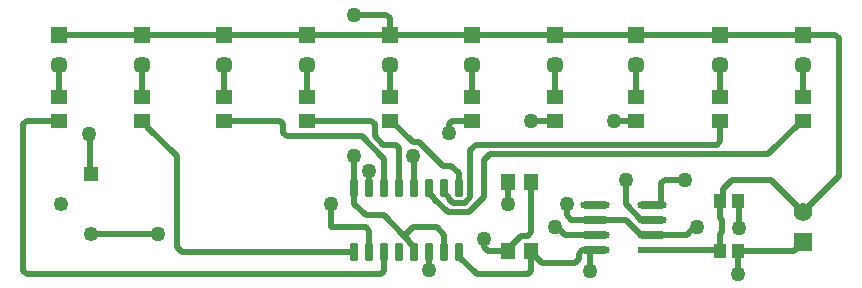
<source format=gtl>
G04*
G04 #@! TF.GenerationSoftware,Altium Limited,Altium Designer,21.3.2 (30)*
G04*
G04 Layer_Physical_Order=1*
G04 Layer_Color=255*
%FSLAX44Y44*%
%MOMM*%
G71*
G04*
G04 #@! TF.SameCoordinates,17D3A228-CD5A-42E2-9B72-4466C132A87E*
G04*
G04*
G04 #@! TF.FilePolarity,Positive*
G04*
G01*
G75*
%ADD14R,1.0000X1.3000*%
%ADD15R,1.2000X1.4500*%
%ADD16R,1.4500X1.2000*%
%ADD17R,2.4692X0.6221*%
G04:AMPARAMS|DCode=18|XSize=2.4692mm|YSize=0.6221mm|CornerRadius=0.3111mm|HoleSize=0mm|Usage=FLASHONLY|Rotation=180.000|XOffset=0mm|YOffset=0mm|HoleType=Round|Shape=RoundedRectangle|*
%AMROUNDEDRECTD18*
21,1,2.4692,0.0000,0,0,180.0*
21,1,1.8470,0.6221,0,0,180.0*
1,1,0.6221,-0.9235,0.0000*
1,1,0.6221,0.9235,0.0000*
1,1,0.6221,0.9235,0.0000*
1,1,0.6221,-0.9235,0.0000*
%
%ADD18ROUNDEDRECTD18*%
G04:AMPARAMS|DCode=19|XSize=0.6mm|YSize=1.45mm|CornerRadius=0.051mm|HoleSize=0mm|Usage=FLASHONLY|Rotation=0.000|XOffset=0mm|YOffset=0mm|HoleType=Round|Shape=RoundedRectangle|*
%AMROUNDEDRECTD19*
21,1,0.6000,1.3480,0,0,0.0*
21,1,0.4980,1.4500,0,0,0.0*
1,1,0.1020,0.2490,-0.6740*
1,1,0.1020,-0.2490,-0.6740*
1,1,0.1020,-0.2490,0.6740*
1,1,0.1020,0.2490,0.6740*
%
%ADD19ROUNDEDRECTD19*%
%ADD24C,1.2500*%
%ADD25R,1.2500X1.2500*%
%ADD26C,1.4500*%
%ADD27R,1.4500X1.4500*%
%ADD28C,1.5700*%
%ADD29R,1.5700X1.5700*%
%ADD31C,0.5000*%
%ADD32C,1.2700*%
D14*
X610000Y30000D02*
D03*
X625000D02*
D03*
X610000Y72275D02*
D03*
X625000D02*
D03*
D15*
X450000Y88668D02*
D03*
X430000D02*
D03*
X450000Y30000D02*
D03*
X430000D02*
D03*
D16*
X680000Y140000D02*
D03*
Y160000D02*
D03*
X50000Y140000D02*
D03*
Y160000D02*
D03*
X120000Y140000D02*
D03*
Y160000D02*
D03*
X190000Y140000D02*
D03*
Y160000D02*
D03*
X260000Y140000D02*
D03*
Y160000D02*
D03*
X538181Y140000D02*
D03*
Y160000D02*
D03*
X610000Y140000D02*
D03*
Y160000D02*
D03*
X400000Y140000D02*
D03*
Y160000D02*
D03*
X470000Y140000D02*
D03*
Y160000D02*
D03*
X330000Y140000D02*
D03*
Y160000D02*
D03*
D17*
X552188Y30950D02*
D03*
D18*
Y43650D02*
D03*
Y56350D02*
D03*
Y69050D02*
D03*
X503917D02*
D03*
Y56350D02*
D03*
Y43650D02*
D03*
Y30950D02*
D03*
D19*
X388899Y83492D02*
D03*
X376199D02*
D03*
X363499D02*
D03*
X350799D02*
D03*
X338099D02*
D03*
X325399D02*
D03*
X312699D02*
D03*
X299999D02*
D03*
X388899Y28993D02*
D03*
X376199D02*
D03*
X363499D02*
D03*
X350799D02*
D03*
X338099D02*
D03*
X325399D02*
D03*
X312699D02*
D03*
X299999D02*
D03*
D24*
X52123Y69323D02*
D03*
X77523Y43923D02*
D03*
D25*
Y94723D02*
D03*
D26*
X680000Y187300D02*
D03*
X610000D02*
D03*
X538181Y187300D02*
D03*
X470000Y187300D02*
D03*
X400000D02*
D03*
X330000D02*
D03*
X260000D02*
D03*
X190000D02*
D03*
X120000D02*
D03*
X50000D02*
D03*
D27*
X680000Y212700D02*
D03*
X610000D02*
D03*
X538181Y212700D02*
D03*
X470000Y212700D02*
D03*
X400000D02*
D03*
X330000D02*
D03*
X260000D02*
D03*
X190000D02*
D03*
X120000D02*
D03*
X50000D02*
D03*
D28*
X680000Y62700D02*
D03*
D29*
Y37300D02*
D03*
D31*
X299999Y83492D02*
Y109999D01*
X300000Y110000D01*
X324706Y120000D02*
X335170D01*
X325399Y86187D02*
Y107993D01*
X325191Y85979D02*
X325399Y86187D01*
X306321Y127071D02*
X325399Y107993D01*
X312699Y83492D02*
Y97301D01*
X317250Y127456D02*
Y137071D01*
Y127456D02*
X324706Y120000D01*
X242929Y127071D02*
X306321D01*
X299999Y70001D02*
Y83492D01*
X450000Y45679D02*
Y88668D01*
X430000Y69850D02*
X430000Y69850D01*
X430000Y69850D02*
Y88668D01*
X75742Y129250D02*
X76633Y128359D01*
Y95613D02*
Y128359D01*
Y95613D02*
X77523Y94723D01*
X354908Y121850D02*
X374771Y101987D01*
X350400Y83892D02*
Y109600D01*
X374771Y101987D02*
X382080D01*
X350400Y83892D02*
X350799Y83492D01*
X349400Y121850D02*
X354908D01*
X331250Y140000D02*
X349400Y121850D01*
X350000Y110000D02*
X350400Y109600D01*
X478434Y43650D02*
X503917D01*
X470000Y50000D02*
X472084D01*
X478434Y43650D01*
X625000Y72275D02*
X625516Y71759D01*
Y49873D02*
Y71759D01*
Y49873D02*
X626032Y49357D01*
X611402Y45603D02*
Y56238D01*
X610000Y57640D02*
X611402Y56238D01*
X610000Y30000D02*
Y44201D01*
X611402Y45603D01*
X625137Y10821D02*
Y29863D01*
Y10821D02*
X625274Y10684D01*
X625000Y30000D02*
X625137Y29863D01*
X581566Y43650D02*
X587916Y50000D01*
X590000D01*
X542953Y43650D02*
X581566D01*
X610000Y72275D02*
X612500Y74775D01*
X610000Y57640D02*
Y72275D01*
X410000Y32929D02*
Y40000D01*
X494117Y30716D02*
X499669D01*
X490000Y27457D02*
X492929Y30386D01*
X487071Y20000D02*
X490000Y22929D01*
X458750Y20000D02*
X487071D01*
X450000Y28750D02*
X458750Y20000D01*
X493787Y30386D02*
X494117Y30716D01*
X492929Y30386D02*
X493787D01*
X490000Y22929D02*
Y27457D01*
X412929Y30000D02*
X430000D01*
X410000Y32929D02*
X412929Y30000D01*
X480000Y60000D02*
Y70000D01*
X483650Y56350D02*
X503917D01*
X480000Y60000D02*
X483650Y56350D01*
X280000Y50000D02*
Y70000D01*
X299999Y70001D02*
X310000Y60000D01*
X309770Y50000D02*
X312699Y47071D01*
X310000Y60000D02*
X324821D01*
X376075Y30261D02*
X376199Y30385D01*
X280000Y50000D02*
X309770D01*
X77523Y43923D02*
X133923D01*
X499669Y30716D02*
X500000Y30386D01*
X450000Y28750D02*
Y30000D01*
X150000Y32929D02*
X153936Y28993D01*
X150000Y32929D02*
Y110000D01*
X153936Y28993D02*
X299999D01*
X124750Y135250D02*
X150000Y110000D01*
X22929Y10000D02*
X322470D01*
X20000Y12929D02*
X22929Y10000D01*
X322470D02*
X325399Y12929D01*
X20000D02*
Y137071D01*
X363499Y13499D02*
Y28993D01*
X542953Y56350D02*
X552188D01*
X530000Y69303D02*
X542953Y56350D01*
X530000Y69303D02*
Y90000D01*
X503917Y56350D02*
X530253D01*
X542953Y43650D01*
X370000Y50000D02*
X376199Y43801D01*
Y30385D02*
Y43801D01*
X350169Y50000D02*
X370000D01*
X342495Y42326D02*
X350169Y50000D01*
X441500Y42750D02*
X447071D01*
X450000Y45679D01*
X430000Y31250D02*
X441500Y42750D01*
X430000Y30000D02*
Y31250D01*
X300000Y230000D02*
X327071D01*
X330000Y227071D01*
Y212700D02*
Y227071D01*
X380000Y130000D02*
Y137071D01*
X382929Y140000D01*
X400000D01*
X312699Y28993D02*
Y47071D01*
X520000Y140000D02*
X538181D01*
X314321D02*
X317250Y137071D01*
X260000Y140000D02*
X314321D01*
X338099Y83492D02*
Y117071D01*
X335170Y120000D02*
X338099Y117071D01*
X450000Y140000D02*
X470000D01*
X552663Y30475D02*
X609525D01*
X552188Y30950D02*
X552663Y30475D01*
X609525D02*
X610000Y30000D01*
X612500Y74775D02*
Y82500D01*
X620000Y90000D01*
X562929D02*
X580000D01*
X560000Y69614D02*
Y87071D01*
X562929Y90000D01*
X552188Y69050D02*
X559436D01*
X560000Y69614D01*
X552188Y69050D02*
X552422Y69284D01*
X500000Y12929D02*
Y30386D01*
X680000Y62700D02*
X710257Y92957D01*
Y209771D01*
X707328Y212700D02*
X710257Y209771D01*
X680000Y212700D02*
X707328D01*
X652700Y90000D02*
X680000Y62700D01*
X620000Y90000D02*
X652700D01*
X240000Y130000D02*
X242929Y127071D01*
X240000Y130000D02*
Y137071D01*
X237071Y140000D02*
X240000Y137071D01*
X414929Y112000D02*
X650750D01*
X402929Y120000D02*
X607071D01*
X375839Y78823D02*
X376618D01*
X610000Y122929D02*
Y140000D01*
X398404Y115475D02*
X402929Y120000D01*
X650750Y112000D02*
X678750Y140000D01*
X607071Y120000D02*
X610000Y122929D01*
X410000Y107071D02*
X414929Y112000D01*
X410000Y75550D02*
Y107071D01*
X450000Y30000D02*
X450000Y30000D01*
X450000Y12929D02*
Y30000D01*
X447071Y10000D02*
X450000Y12929D01*
X388899Y24743D02*
Y28993D01*
Y24743D02*
X403642Y10000D01*
X447071D01*
X342495Y42326D02*
X346614Y38207D01*
X324821Y60000D02*
X342495Y42326D01*
X325399Y12929D02*
Y28993D01*
X346614Y37428D02*
X350799Y33242D01*
X346614Y37428D02*
Y38207D01*
X350799Y28993D02*
Y33242D01*
X190000Y140000D02*
X237071D01*
X120000D02*
X121250D01*
X124750Y136500D01*
Y135250D02*
Y136500D01*
X672700Y30000D02*
X680000Y37300D01*
X625000Y30000D02*
X672700D01*
X678750Y140000D02*
X680000D01*
X398404Y75268D02*
Y115475D01*
X393878Y70743D02*
X398404Y75268D01*
X379220Y62743D02*
X397192D01*
X367684Y74278D02*
Y75057D01*
X397192Y62743D02*
X410000Y75550D01*
X363499Y79243D02*
Y83492D01*
X383920Y70743D02*
X393878D01*
X367684Y74278D02*
X379220Y62743D01*
X380384Y74278D02*
X383920Y70743D01*
X363499Y79243D02*
X367684Y75057D01*
X376618Y78823D02*
X380384Y75057D01*
Y74278D02*
Y75057D01*
X388899Y83492D02*
Y87743D01*
X388399Y88243D02*
Y95668D01*
Y88243D02*
X388899Y87743D01*
X382080Y101987D02*
X388399Y95668D01*
X20000Y137071D02*
X22929Y140000D01*
X50000D01*
X330000D02*
X331250D01*
X680000Y160000D02*
Y187300D01*
X610000Y160000D02*
Y187300D01*
X538181Y160000D02*
Y187300D01*
X470000Y160000D02*
Y187300D01*
X400000Y160000D02*
Y187300D01*
X330000Y160000D02*
Y187300D01*
X260000Y160000D02*
Y187300D01*
X190000Y160000D02*
Y187300D01*
X120000Y160000D02*
Y187300D01*
X50000Y160000D02*
Y187300D01*
X610000Y212700D02*
X680000D01*
X610000Y212700D02*
X610000Y212700D01*
X538181Y212700D02*
X538181Y212700D01*
X610000D01*
X470000D02*
X538181D01*
X538181Y212700D01*
X470000Y212700D02*
X470000Y212700D01*
X400000Y212700D02*
X470000D01*
X330000D02*
X400000D01*
X260000D02*
X330000D01*
X190000D02*
X260000D01*
X120000D02*
X190000D01*
X50000D02*
X120000D01*
D32*
X299999Y109999D02*
D03*
X312699Y97301D02*
D03*
X430000Y69850D02*
D03*
X75742Y129250D02*
D03*
X350000Y110000D02*
D03*
X470000Y50000D02*
D03*
X626032Y49357D02*
D03*
X625274Y10684D02*
D03*
X590000Y50000D02*
D03*
X410000Y40000D02*
D03*
X480000Y70000D02*
D03*
X280000D02*
D03*
X133923Y43923D02*
D03*
X530000Y90000D02*
D03*
X363499Y13499D02*
D03*
X300000Y230000D02*
D03*
X380000Y130000D02*
D03*
X520000Y140000D02*
D03*
X450000D02*
D03*
X580000Y90000D02*
D03*
X500000Y12929D02*
D03*
M02*

</source>
